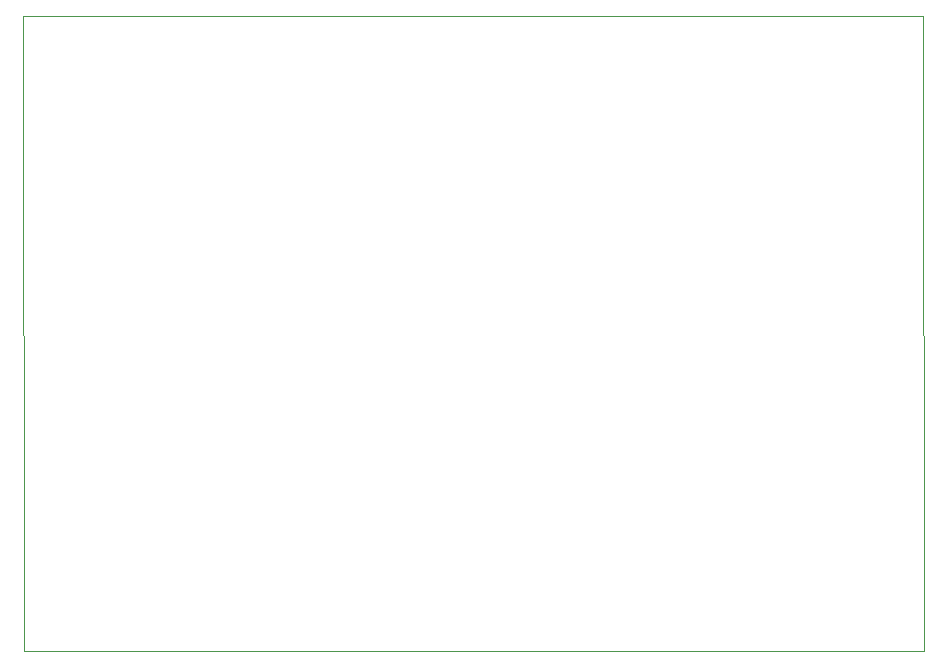
<source format=gm1>
G04 #@! TF.GenerationSoftware,KiCad,Pcbnew,(5.1.9)-1*
G04 #@! TF.CreationDate,2022-02-07T19:04:33+01:00*
G04 #@! TF.ProjectId,AmplificadorV2,416d706c-6966-4696-9361-646f7256322e,rev?*
G04 #@! TF.SameCoordinates,Original*
G04 #@! TF.FileFunction,Profile,NP*
%FSLAX46Y46*%
G04 Gerber Fmt 4.6, Leading zero omitted, Abs format (unit mm)*
G04 Created by KiCad (PCBNEW (5.1.9)-1) date 2022-02-07 19:04:33*
%MOMM*%
%LPD*%
G01*
G04 APERTURE LIST*
G04 #@! TA.AperFunction,Profile*
%ADD10C,0.050000*%
G04 #@! TD*
G04 APERTURE END LIST*
D10*
X60248800Y36068000D02*
X-15951200Y36042600D01*
X60375800Y-17678400D02*
X60248800Y36068000D01*
X-15849600Y-17703800D02*
X60375800Y-17678400D01*
X-15951200Y36042600D02*
X-15849600Y-17703800D01*
M02*

</source>
